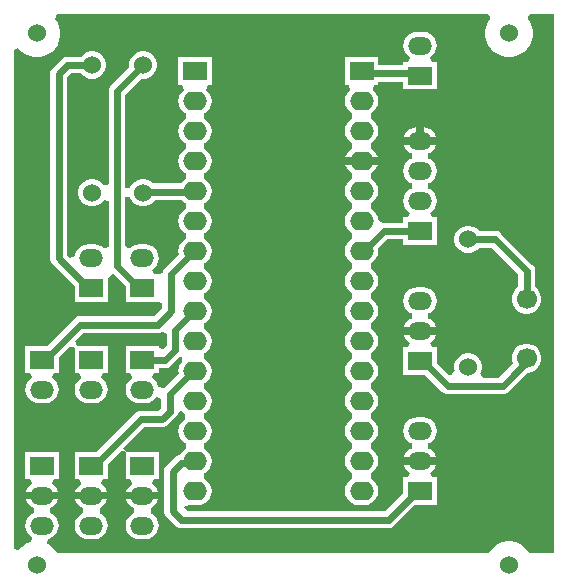
<source format=gbr>
G04*
G04 #@! TF.GenerationSoftware,Altium Limited,Altium Designer,25.8.1 (18)*
G04*
G04 Layer_Physical_Order=1*
G04 Layer_Color=255*
%FSLAX25Y25*%
%MOIN*%
G70*
G04*
G04 #@! TF.SameCoordinates,8EC05070-4222-424C-B7D2-10FEA1704A48*
G04*
G04*
G04 #@! TF.FilePolarity,Positive*
G04*
G01*
G75*
%ADD18C,0.02362*%
%ADD19O,0.07874X0.06299*%
%ADD20R,0.07874X0.06299*%
%ADD21O,0.07874X0.05906*%
%ADD22R,0.07874X0.05906*%
%ADD23C,0.06000*%
%ADD24C,0.06693*%
G36*
X503000Y295500D02*
X494878D01*
X494305Y296358D01*
X493208Y297455D01*
X491919Y298316D01*
X490486Y298910D01*
X488965Y299213D01*
X487414D01*
X485892Y298910D01*
X484459Y298316D01*
X483170Y297455D01*
X482073Y296358D01*
X481500Y295500D01*
X337398D01*
X336825Y296358D01*
X335728Y297455D01*
X334438Y298316D01*
X334156Y298433D01*
X334369Y300050D01*
X334666Y300089D01*
X335768Y300545D01*
X336713Y301271D01*
X337439Y302217D01*
X337895Y303318D01*
X338051Y304500D01*
X337895Y305682D01*
X337439Y306783D01*
X336713Y307729D01*
X335768Y308455D01*
X335302Y308648D01*
Y310352D01*
X335768Y310545D01*
X336713Y311271D01*
X337439Y312217D01*
X337895Y313318D01*
X337895Y313319D01*
X332500D01*
X327105D01*
X327105Y313318D01*
X327561Y312217D01*
X328287Y311271D01*
X329232Y310545D01*
X329698Y310352D01*
Y308648D01*
X329232Y308455D01*
X328287Y307729D01*
X327561Y306783D01*
X327105Y305682D01*
X326949Y304500D01*
X327105Y303318D01*
X327561Y302217D01*
X328287Y301271D01*
X329094Y300651D01*
X329117Y300077D01*
X328853Y298998D01*
X328412Y298910D01*
X326979Y298316D01*
X325689Y297455D01*
X324592Y296358D01*
X324575Y296332D01*
X323000Y296809D01*
Y463033D01*
X324575Y463511D01*
X324592Y463485D01*
X325689Y462388D01*
X326979Y461526D01*
X328412Y460932D01*
X329933Y460630D01*
X331484D01*
X333005Y460932D01*
X334438Y461526D01*
X335728Y462388D01*
X336825Y463485D01*
X337686Y464774D01*
X338280Y466207D01*
X338583Y467728D01*
Y469279D01*
X338280Y470801D01*
X337686Y472234D01*
X336901Y473409D01*
X337004Y473866D01*
X337591Y474984D01*
X481306D01*
X481893Y473866D01*
X481997Y473409D01*
X481211Y472234D01*
X480618Y470801D01*
X480315Y469279D01*
Y467728D01*
X480618Y466207D01*
X481211Y464774D01*
X482073Y463485D01*
X483170Y462388D01*
X484459Y461526D01*
X485892Y460932D01*
X487414Y460630D01*
X488965D01*
X490486Y460932D01*
X491919Y461526D01*
X493208Y462388D01*
X494305Y463485D01*
X495167Y464774D01*
X495760Y466207D01*
X496063Y467728D01*
Y469279D01*
X495760Y470801D01*
X495167Y472234D01*
X494381Y473409D01*
X494485Y473866D01*
X495072Y474984D01*
X503000D01*
Y295500D01*
D02*
G37*
%LPC*%
G36*
X459484Y469067D02*
X457516D01*
X456334Y468911D01*
X455232Y468455D01*
X454287Y467729D01*
X453561Y466783D01*
X453105Y465682D01*
X452949Y464500D01*
X453105Y463318D01*
X453561Y462217D01*
X454287Y461271D01*
X455158Y460602D01*
X455170Y460441D01*
X454560Y459027D01*
X452988D01*
Y458030D01*
X444512D01*
Y460724D01*
X433488D01*
Y451276D01*
X434740D01*
X435275Y449701D01*
X434843Y449369D01*
X434086Y448383D01*
X433610Y447233D01*
X433447Y446000D01*
X433610Y444767D01*
X434086Y443617D01*
X434843Y442630D01*
X435830Y441873D01*
X435881Y441852D01*
Y440148D01*
X435830Y440127D01*
X434843Y439369D01*
X434086Y438383D01*
X433610Y437233D01*
X433447Y436000D01*
X433610Y434767D01*
X434086Y433617D01*
X434843Y432630D01*
X435830Y431873D01*
X435881Y431852D01*
Y430148D01*
X435830Y430127D01*
X434843Y429369D01*
X434086Y428383D01*
X433610Y427233D01*
X433603Y427181D01*
X439000D01*
X444397D01*
X444390Y427233D01*
X443914Y428383D01*
X443157Y429369D01*
X442170Y430127D01*
X442119Y430148D01*
Y431852D01*
X442170Y431873D01*
X443157Y432630D01*
X443914Y433617D01*
X444390Y434767D01*
X444553Y436000D01*
X444390Y437233D01*
X443914Y438383D01*
X443157Y439369D01*
X442170Y440127D01*
X442119Y440148D01*
Y441852D01*
X442170Y441873D01*
X443157Y442630D01*
X443914Y443617D01*
X444390Y444767D01*
X444553Y446000D01*
X444390Y447233D01*
X443914Y448383D01*
X443157Y449369D01*
X442725Y449701D01*
X443260Y451276D01*
X444512D01*
Y452470D01*
X452988D01*
Y449972D01*
X464012D01*
Y459027D01*
X462440D01*
X461830Y460441D01*
X461842Y460602D01*
X462713Y461271D01*
X463439Y462217D01*
X463895Y463318D01*
X464051Y464500D01*
X463895Y465682D01*
X463439Y466783D01*
X462713Y467729D01*
X461768Y468455D01*
X460666Y468911D01*
X459484Y469067D01*
D02*
G37*
G36*
X366817Y462569D02*
X365613D01*
X364449Y462257D01*
X363406Y461654D01*
X362554Y460803D01*
X361952Y459760D01*
X361640Y458596D01*
Y457391D01*
X361649Y457359D01*
X355535Y451244D01*
X355093Y450669D01*
X354815Y449998D01*
X354720Y449279D01*
Y418237D01*
X353146Y417815D01*
X352875Y418283D01*
X352024Y419135D01*
X350981Y419737D01*
X349817Y420049D01*
X348612D01*
X347449Y419737D01*
X346406Y419135D01*
X345554Y418283D01*
X344952Y417240D01*
X344640Y416076D01*
Y414872D01*
X344952Y413708D01*
X345554Y412665D01*
X346406Y411813D01*
X347449Y411211D01*
X348612Y410899D01*
X349817D01*
X350981Y411211D01*
X352024Y411813D01*
X352875Y412665D01*
X353146Y413133D01*
X354720Y412711D01*
Y397405D01*
X353146Y396870D01*
X353142Y396874D01*
X352197Y397600D01*
X351095Y398056D01*
X349913Y398212D01*
X347945D01*
X346763Y398056D01*
X345661Y397600D01*
X344716Y396874D01*
X343990Y395929D01*
X343534Y394827D01*
X343462Y394286D01*
X341870Y393651D01*
X340780Y394741D01*
Y453849D01*
X342145Y455214D01*
X345537D01*
X345554Y455185D01*
X346406Y454333D01*
X347449Y453731D01*
X348612Y453419D01*
X349817D01*
X350981Y453731D01*
X352024Y454333D01*
X352875Y455185D01*
X353478Y456228D01*
X353790Y457391D01*
Y458596D01*
X353478Y459760D01*
X352875Y460803D01*
X352024Y461654D01*
X350981Y462257D01*
X349817Y462569D01*
X348612D01*
X347449Y462257D01*
X346406Y461654D01*
X345554Y460803D01*
X345537Y460773D01*
X340994D01*
X340274Y460679D01*
X339604Y460401D01*
X339028Y459959D01*
X336034Y456965D01*
X335593Y456390D01*
X335315Y455719D01*
X335220Y455000D01*
Y393590D01*
X335315Y392870D01*
X335593Y392200D01*
X336034Y391624D01*
X343417Y384242D01*
Y379118D01*
X354441D01*
Y386633D01*
X354441Y386851D01*
X355910Y388245D01*
X356431Y388227D01*
X360417Y384242D01*
Y379118D01*
X371146D01*
X371441Y379118D01*
X372390Y378589D01*
X372531Y376962D01*
X369849Y374280D01*
X345162D01*
X344442Y374185D01*
X343772Y373907D01*
X343196Y373465D01*
X334081Y364350D01*
X326988D01*
Y355295D01*
X328559D01*
X329170Y353881D01*
X329158Y353720D01*
X328287Y353052D01*
X327561Y352106D01*
X327105Y351005D01*
X326949Y349823D01*
X327105Y348641D01*
X327561Y347539D01*
X328287Y346593D01*
X329232Y345868D01*
X330334Y345411D01*
X331516Y345256D01*
X333484D01*
X334666Y345411D01*
X335768Y345868D01*
X336713Y346593D01*
X337439Y347539D01*
X337895Y348641D01*
X338051Y349823D01*
X337895Y351005D01*
X337439Y352106D01*
X336713Y353052D01*
X335842Y353720D01*
X335830Y353881D01*
X336440Y355295D01*
X338012D01*
Y360419D01*
X341842Y364250D01*
X343417Y363597D01*
X343417Y363087D01*
Y355295D01*
X344988D01*
X345599Y353881D01*
X345587Y353720D01*
X344716Y353052D01*
X343990Y352106D01*
X343534Y351005D01*
X343378Y349823D01*
X343534Y348641D01*
X343990Y347539D01*
X344716Y346593D01*
X345661Y345868D01*
X346763Y345411D01*
X347945Y345256D01*
X349913D01*
X351095Y345411D01*
X352197Y345868D01*
X353142Y346593D01*
X353868Y347539D01*
X354324Y348641D01*
X354480Y349823D01*
X354324Y351005D01*
X353868Y352106D01*
X353142Y353052D01*
X352271Y353720D01*
X352259Y353881D01*
X352869Y355295D01*
X354441D01*
Y364350D01*
X344722D01*
X344170Y364350D01*
X343518Y365925D01*
X346313Y368720D01*
X371000D01*
X371719Y368815D01*
X372390Y369093D01*
X372453Y369141D01*
X373927Y368507D01*
X374027Y368400D01*
Y364199D01*
X372842Y363225D01*
X371441Y363805D01*
Y364350D01*
X360417D01*
Y355295D01*
X361988D01*
X362599Y353881D01*
X362587Y353720D01*
X361716Y353052D01*
X360990Y352106D01*
X360534Y351005D01*
X360378Y349823D01*
X360534Y348641D01*
X360990Y347539D01*
X361716Y346593D01*
X362661Y345868D01*
X363763Y345411D01*
X364945Y345256D01*
X366913D01*
X368095Y345411D01*
X369197Y345868D01*
X370142Y346593D01*
X370645Y347249D01*
X371836Y347034D01*
X372220Y346834D01*
Y343651D01*
X371349Y342780D01*
X365413D01*
X364694Y342685D01*
X364023Y342407D01*
X363448Y341966D01*
X350510Y329028D01*
X343417D01*
Y319972D01*
X344988D01*
X345599Y318559D01*
X345587Y318398D01*
X344716Y317729D01*
X343990Y316783D01*
X343534Y315682D01*
X343533Y315681D01*
X348929D01*
X354324D01*
X354324Y315682D01*
X353868Y316783D01*
X353142Y317729D01*
X352271Y318398D01*
X352259Y318559D01*
X352869Y319972D01*
X354441D01*
Y325097D01*
X359175Y329831D01*
X360417Y328846D01*
X360417Y327528D01*
Y319972D01*
X361988D01*
X362599Y318559D01*
X362587Y318398D01*
X361716Y317729D01*
X360990Y316783D01*
X360534Y315682D01*
X360533Y315681D01*
X365929D01*
X371324D01*
X371324Y315682D01*
X370868Y316783D01*
X370142Y317729D01*
X369271Y318398D01*
X369259Y318559D01*
X369869Y319972D01*
X371441D01*
Y329028D01*
X361981D01*
X360599Y329028D01*
X359614Y330270D01*
X366565Y337220D01*
X372500D01*
X373219Y337315D01*
X373890Y337593D01*
X374465Y338035D01*
X376965Y340534D01*
X377407Y341110D01*
X377685Y341781D01*
X377733Y342143D01*
X378677Y342575D01*
X379120Y342612D01*
X380276Y341618D01*
X380227Y340048D01*
X379343Y339370D01*
X378586Y338383D01*
X378110Y337233D01*
X377947Y336000D01*
X378110Y334767D01*
X378586Y333617D01*
X379343Y332630D01*
X380330Y331873D01*
X380381Y331852D01*
Y330148D01*
X380330Y330127D01*
X379343Y329369D01*
X378586Y328383D01*
X378420Y327983D01*
X378027Y327932D01*
X377357Y327654D01*
X376781Y327212D01*
X374035Y324465D01*
X373593Y323890D01*
X373315Y323219D01*
X373220Y322500D01*
Y309384D01*
X373315Y308664D01*
X373593Y307994D01*
X374035Y307418D01*
X376918Y304535D01*
X377494Y304093D01*
X378164Y303815D01*
X378884Y303720D01*
X448016D01*
X448735Y303815D01*
X449406Y304093D01*
X449981Y304535D01*
X456919Y311472D01*
X464012D01*
Y320528D01*
X462440D01*
X461830Y321941D01*
X461842Y322102D01*
X462713Y322771D01*
X463439Y323717D01*
X463895Y324818D01*
X463895Y324819D01*
X458500D01*
X453105D01*
X453105Y324818D01*
X453561Y323717D01*
X454287Y322771D01*
X455158Y322102D01*
X455170Y321941D01*
X454560Y320528D01*
X452988D01*
Y315404D01*
X446864Y309280D01*
X381024D01*
X379908Y310556D01*
X381447Y311410D01*
X381479Y311397D01*
X382713Y311235D01*
X384287D01*
X385521Y311397D01*
X386670Y311873D01*
X387657Y312631D01*
X388414Y313617D01*
X388890Y314767D01*
X389053Y316000D01*
X388890Y317233D01*
X388414Y318383D01*
X387657Y319370D01*
X386670Y320127D01*
X386619Y320148D01*
Y321852D01*
X386670Y321873D01*
X387657Y322631D01*
X388414Y323617D01*
X388890Y324767D01*
X389053Y326000D01*
X388890Y327233D01*
X388414Y328383D01*
X387657Y329369D01*
X386670Y330127D01*
X386619Y330148D01*
Y331852D01*
X386670Y331873D01*
X387657Y332630D01*
X388414Y333617D01*
X388890Y334767D01*
X389053Y336000D01*
X388890Y337233D01*
X388414Y338383D01*
X387657Y339370D01*
X386670Y340127D01*
X386619Y340148D01*
Y341852D01*
X386670Y341873D01*
X387657Y342631D01*
X388414Y343617D01*
X388890Y344767D01*
X389053Y346000D01*
X388890Y347233D01*
X388414Y348383D01*
X387657Y349370D01*
X386670Y350127D01*
X386619Y350148D01*
Y351852D01*
X386670Y351873D01*
X387657Y352630D01*
X388414Y353617D01*
X388890Y354767D01*
X389053Y356000D01*
X388890Y357233D01*
X388414Y358383D01*
X387657Y359369D01*
X386670Y360127D01*
X386619Y360148D01*
Y361852D01*
X386670Y361873D01*
X387657Y362631D01*
X388414Y363617D01*
X388890Y364767D01*
X389053Y366000D01*
X388890Y367233D01*
X388414Y368383D01*
X387657Y369370D01*
X386670Y370127D01*
X386619Y370148D01*
Y371852D01*
X386670Y371873D01*
X387657Y372631D01*
X388414Y373617D01*
X388890Y374767D01*
X389053Y376000D01*
X388890Y377233D01*
X388414Y378383D01*
X387657Y379369D01*
X386670Y380127D01*
X386619Y380148D01*
Y381852D01*
X386670Y381873D01*
X387657Y382630D01*
X388414Y383617D01*
X388890Y384767D01*
X389053Y386000D01*
X388890Y387233D01*
X388414Y388383D01*
X387657Y389370D01*
X386670Y390127D01*
X386619Y390148D01*
Y391852D01*
X386670Y391873D01*
X387657Y392631D01*
X388414Y393617D01*
X388890Y394767D01*
X389053Y396000D01*
X388890Y397233D01*
X388414Y398383D01*
X387657Y399370D01*
X386670Y400127D01*
X386619Y400148D01*
Y401852D01*
X386670Y401873D01*
X387657Y402631D01*
X388414Y403617D01*
X388890Y404767D01*
X389053Y406000D01*
X388890Y407233D01*
X388414Y408383D01*
X387657Y409370D01*
X386670Y410127D01*
X386619Y410148D01*
Y411852D01*
X386670Y411873D01*
X387657Y412631D01*
X388414Y413617D01*
X388890Y414767D01*
X389053Y416000D01*
X388890Y417233D01*
X388414Y418383D01*
X387657Y419370D01*
X386670Y420127D01*
X386619Y420148D01*
Y421852D01*
X386670Y421873D01*
X387657Y422631D01*
X388414Y423617D01*
X388890Y424767D01*
X389053Y426000D01*
X388890Y427233D01*
X388414Y428383D01*
X387657Y429369D01*
X386670Y430127D01*
X386619Y430148D01*
Y431852D01*
X386670Y431873D01*
X387657Y432630D01*
X388414Y433617D01*
X388890Y434767D01*
X389053Y436000D01*
X388890Y437233D01*
X388414Y438383D01*
X387657Y439369D01*
X386670Y440127D01*
X386619Y440148D01*
Y441852D01*
X386670Y441873D01*
X387657Y442630D01*
X388414Y443617D01*
X388890Y444767D01*
X389053Y446000D01*
X388890Y447233D01*
X388414Y448383D01*
X387657Y449369D01*
X387225Y449701D01*
X387760Y451276D01*
X389012D01*
Y460724D01*
X377988D01*
Y451276D01*
X379240D01*
X379775Y449701D01*
X379343Y449369D01*
X378586Y448383D01*
X378110Y447233D01*
X377947Y446000D01*
X378110Y444767D01*
X378586Y443617D01*
X379343Y442630D01*
X380330Y441873D01*
X380381Y441852D01*
Y440148D01*
X380330Y440127D01*
X379343Y439369D01*
X378586Y438383D01*
X378110Y437233D01*
X377947Y436000D01*
X378110Y434767D01*
X378586Y433617D01*
X379343Y432630D01*
X380330Y431873D01*
X380381Y431852D01*
Y430148D01*
X380330Y430127D01*
X379343Y429369D01*
X378586Y428383D01*
X378110Y427233D01*
X377947Y426000D01*
X378110Y424767D01*
X378586Y423617D01*
X379343Y422631D01*
X380330Y421873D01*
X380381Y421852D01*
Y420148D01*
X380330Y420127D01*
X379343Y419370D01*
X378689Y418517D01*
X369642D01*
X369024Y419135D01*
X367981Y419737D01*
X366817Y420049D01*
X365613D01*
X364449Y419737D01*
X363406Y419135D01*
X362554Y418283D01*
X361952Y417240D01*
X361855Y416877D01*
X360280Y417084D01*
Y448128D01*
X365580Y453428D01*
X365613Y453419D01*
X366817D01*
X367981Y453731D01*
X369024Y454333D01*
X369876Y455185D01*
X370478Y456228D01*
X370790Y457391D01*
Y458596D01*
X370478Y459760D01*
X369876Y460803D01*
X369024Y461654D01*
X367981Y462257D01*
X366817Y462569D01*
D02*
G37*
G36*
X459681Y437207D02*
Y433848D01*
X463895D01*
X463895Y433849D01*
X463439Y434950D01*
X462713Y435896D01*
X461768Y436622D01*
X460666Y437078D01*
X459681Y437207D01*
D02*
G37*
G36*
X457319Y437207D02*
X456334Y437078D01*
X455232Y436622D01*
X454287Y435896D01*
X453561Y434950D01*
X453105Y433849D01*
X453105Y433848D01*
X457319D01*
Y437207D01*
D02*
G37*
G36*
X463895Y431486D02*
X458500D01*
X453105D01*
X453105Y431485D01*
X453561Y430383D01*
X454287Y429438D01*
X455232Y428712D01*
X455698Y428519D01*
Y426814D01*
X455232Y426621D01*
X454287Y425896D01*
X453561Y424950D01*
X453105Y423849D01*
X452949Y422667D01*
X453105Y421485D01*
X453561Y420383D01*
X454287Y419438D01*
X455232Y418712D01*
X455698Y418519D01*
Y416814D01*
X455232Y416621D01*
X454287Y415896D01*
X453561Y414950D01*
X453105Y413849D01*
X452949Y412667D01*
X453105Y411485D01*
X453561Y410383D01*
X454287Y409438D01*
X455158Y408769D01*
X455170Y408608D01*
X454560Y407194D01*
X452988D01*
Y405446D01*
X446454D01*
X446061Y405395D01*
X445575Y405590D01*
X445235Y405824D01*
X444482Y406537D01*
X444390Y407233D01*
X443914Y408383D01*
X443157Y409370D01*
X442170Y410127D01*
X442119Y410148D01*
Y411852D01*
X442170Y411873D01*
X443157Y412631D01*
X443914Y413617D01*
X444390Y414767D01*
X444553Y416000D01*
X444390Y417233D01*
X443914Y418383D01*
X443157Y419370D01*
X442170Y420127D01*
X442119Y420148D01*
Y421852D01*
X442170Y421873D01*
X443157Y422631D01*
X443914Y423617D01*
X444390Y424767D01*
X444397Y424819D01*
X439000D01*
X433603D01*
X433610Y424767D01*
X434086Y423617D01*
X434843Y422631D01*
X435830Y421873D01*
X435881Y421852D01*
Y420148D01*
X435830Y420127D01*
X434843Y419370D01*
X434086Y418383D01*
X433610Y417233D01*
X433447Y416000D01*
X433610Y414767D01*
X434086Y413617D01*
X434843Y412631D01*
X435830Y411873D01*
X435881Y411852D01*
Y410148D01*
X435830Y410127D01*
X434843Y409370D01*
X434086Y408383D01*
X433610Y407233D01*
X433447Y406000D01*
X433610Y404767D01*
X434086Y403617D01*
X434843Y402631D01*
X435830Y401873D01*
X435881Y401852D01*
Y400148D01*
X435830Y400127D01*
X434843Y399370D01*
X434086Y398383D01*
X433610Y397233D01*
X433447Y396000D01*
X433610Y394767D01*
X434086Y393617D01*
X434843Y392631D01*
X435830Y391873D01*
X435881Y391852D01*
Y390148D01*
X435830Y390127D01*
X434843Y389370D01*
X434086Y388383D01*
X433610Y387233D01*
X433447Y386000D01*
X433610Y384767D01*
X434086Y383617D01*
X434843Y382630D01*
X435830Y381873D01*
X435881Y381852D01*
Y380148D01*
X435830Y380127D01*
X434843Y379369D01*
X434086Y378383D01*
X433610Y377233D01*
X433447Y376000D01*
X433610Y374767D01*
X434086Y373617D01*
X434843Y372631D01*
X435830Y371873D01*
X435881Y371852D01*
Y370148D01*
X435830Y370127D01*
X434843Y369370D01*
X434086Y368383D01*
X433610Y367233D01*
X433447Y366000D01*
X433610Y364767D01*
X434086Y363617D01*
X434843Y362631D01*
X435830Y361873D01*
X435881Y361852D01*
Y360148D01*
X435830Y360127D01*
X434843Y359369D01*
X434086Y358383D01*
X433610Y357233D01*
X433447Y356000D01*
X433610Y354767D01*
X434086Y353617D01*
X434843Y352630D01*
X435830Y351873D01*
X435881Y351852D01*
Y350148D01*
X435830Y350127D01*
X434843Y349370D01*
X434086Y348383D01*
X433610Y347233D01*
X433447Y346000D01*
X433610Y344767D01*
X434086Y343617D01*
X434843Y342631D01*
X435830Y341873D01*
X435881Y341852D01*
Y340148D01*
X435830Y340127D01*
X434843Y339370D01*
X434086Y338383D01*
X433610Y337233D01*
X433447Y336000D01*
X433610Y334767D01*
X434086Y333617D01*
X434843Y332630D01*
X435830Y331873D01*
X435881Y331852D01*
Y330148D01*
X435830Y330127D01*
X434843Y329369D01*
X434086Y328383D01*
X433610Y327233D01*
X433447Y326000D01*
X433610Y324767D01*
X434086Y323617D01*
X434843Y322631D01*
X435830Y321873D01*
X435881Y321852D01*
Y320148D01*
X435830Y320127D01*
X434843Y319370D01*
X434086Y318383D01*
X433610Y317233D01*
X433447Y316000D01*
X433610Y314767D01*
X434086Y313617D01*
X434843Y312631D01*
X435830Y311873D01*
X436979Y311397D01*
X438213Y311235D01*
X439787D01*
X441021Y311397D01*
X442170Y311873D01*
X443157Y312631D01*
X443914Y313617D01*
X444390Y314767D01*
X444553Y316000D01*
X444390Y317233D01*
X443914Y318383D01*
X443157Y319370D01*
X442170Y320127D01*
X442119Y320148D01*
Y321852D01*
X442170Y321873D01*
X443157Y322631D01*
X443914Y323617D01*
X444390Y324767D01*
X444553Y326000D01*
X444390Y327233D01*
X443914Y328383D01*
X443157Y329369D01*
X442170Y330127D01*
X442119Y330148D01*
Y331852D01*
X442170Y331873D01*
X443157Y332630D01*
X443914Y333617D01*
X444390Y334767D01*
X444553Y336000D01*
X444390Y337233D01*
X443914Y338383D01*
X443157Y339370D01*
X442170Y340127D01*
X442119Y340148D01*
Y341852D01*
X442170Y341873D01*
X443157Y342631D01*
X443914Y343617D01*
X444390Y344767D01*
X444553Y346000D01*
X444390Y347233D01*
X443914Y348383D01*
X443157Y349370D01*
X442170Y350127D01*
X442119Y350148D01*
Y351852D01*
X442170Y351873D01*
X443157Y352630D01*
X443914Y353617D01*
X444390Y354767D01*
X444553Y356000D01*
X444390Y357233D01*
X443914Y358383D01*
X443157Y359369D01*
X442170Y360127D01*
X442119Y360148D01*
Y361852D01*
X442170Y361873D01*
X443157Y362631D01*
X443914Y363617D01*
X444390Y364767D01*
X444553Y366000D01*
X444390Y367233D01*
X443914Y368383D01*
X443157Y369370D01*
X442170Y370127D01*
X442119Y370148D01*
Y371852D01*
X442170Y371873D01*
X443157Y372631D01*
X443914Y373617D01*
X444390Y374767D01*
X444553Y376000D01*
X444390Y377233D01*
X443914Y378383D01*
X443157Y379369D01*
X442170Y380127D01*
X442119Y380148D01*
Y381852D01*
X442170Y381873D01*
X443157Y382630D01*
X443914Y383617D01*
X444390Y384767D01*
X444553Y386000D01*
X444390Y387233D01*
X443914Y388383D01*
X443157Y389370D01*
X442170Y390127D01*
X442119Y390148D01*
Y391852D01*
X442170Y391873D01*
X443157Y392631D01*
X443914Y393617D01*
X444390Y394767D01*
X444553Y396000D01*
X444455Y396737D01*
X447605Y399887D01*
X452988D01*
Y398139D01*
X464012D01*
Y407194D01*
X462440D01*
X461830Y408608D01*
X461842Y408769D01*
X462713Y409438D01*
X463439Y410383D01*
X463895Y411485D01*
X464051Y412667D01*
X463895Y413849D01*
X463439Y414950D01*
X462713Y415896D01*
X461768Y416621D01*
X461302Y416814D01*
Y418519D01*
X461768Y418712D01*
X462713Y419438D01*
X463439Y420383D01*
X463895Y421485D01*
X464051Y422667D01*
X463895Y423849D01*
X463439Y424950D01*
X462713Y425896D01*
X461768Y426621D01*
X461302Y426814D01*
Y428519D01*
X461768Y428712D01*
X462713Y429438D01*
X463439Y430383D01*
X463895Y431485D01*
X463895Y431486D01*
D02*
G37*
G36*
X475130Y404434D02*
X473925D01*
X472762Y404122D01*
X471719Y403520D01*
X470867Y402668D01*
X470265Y401625D01*
X469953Y400462D01*
Y399257D01*
X470265Y398094D01*
X470867Y397050D01*
X471719Y396199D01*
X472762Y395596D01*
X473925Y395285D01*
X475130D01*
X476294Y395596D01*
X477337Y396199D01*
X478189Y397050D01*
X478205Y397080D01*
X482489D01*
X491220Y388349D01*
Y384002D01*
X490978Y383862D01*
X490062Y382946D01*
X489414Y381823D01*
X489079Y380572D01*
Y379276D01*
X489414Y378024D01*
X490062Y376902D01*
X490978Y375986D01*
X492100Y375338D01*
X493352Y375003D01*
X494648D01*
X495899Y375338D01*
X497022Y375986D01*
X497938Y376902D01*
X498586Y378024D01*
X498921Y379276D01*
Y380572D01*
X498586Y381823D01*
X497938Y382946D01*
X497022Y383862D01*
X496780Y384002D01*
Y389500D01*
X496685Y390219D01*
X496407Y390890D01*
X495965Y391465D01*
X485606Y401825D01*
X485031Y402267D01*
X484360Y402544D01*
X483641Y402639D01*
X478205D01*
X478189Y402668D01*
X477337Y403520D01*
X476294Y404122D01*
X475130Y404434D01*
D02*
G37*
G36*
X459484Y383900D02*
X457516D01*
X456334Y383744D01*
X455232Y383288D01*
X454287Y382562D01*
X453561Y381617D01*
X453105Y380515D01*
X452949Y379333D01*
X453105Y378151D01*
X453561Y377050D01*
X454287Y376104D01*
X455232Y375378D01*
X455698Y375186D01*
Y373481D01*
X455232Y373288D01*
X454287Y372562D01*
X453561Y371617D01*
X453105Y370515D01*
X453105Y370514D01*
X458500D01*
X463895D01*
X463895Y370515D01*
X463439Y371617D01*
X462713Y372562D01*
X461768Y373288D01*
X461302Y373481D01*
Y375186D01*
X461768Y375378D01*
X462713Y376104D01*
X463439Y377050D01*
X463895Y378151D01*
X464051Y379333D01*
X463895Y380515D01*
X463439Y381617D01*
X462713Y382562D01*
X461768Y383288D01*
X460666Y383744D01*
X459484Y383900D01*
D02*
G37*
G36*
X463895Y368152D02*
X458500D01*
X453105D01*
X453105Y368151D01*
X453561Y367050D01*
X454287Y366104D01*
X455158Y365436D01*
X455170Y365275D01*
X454560Y363861D01*
X452988D01*
Y354806D01*
X460081D01*
X465852Y349035D01*
X466428Y348593D01*
X467098Y348315D01*
X467818Y348220D01*
X486000D01*
X486719Y348315D01*
X487390Y348593D01*
X487965Y349035D01*
X491796Y352865D01*
X492017Y353153D01*
X494182Y355318D01*
X494648D01*
X495899Y355653D01*
X497022Y356301D01*
X497938Y357217D01*
X498586Y358339D01*
X498921Y359591D01*
Y360887D01*
X498586Y362138D01*
X497938Y363261D01*
X497022Y364177D01*
X495899Y364825D01*
X494648Y365160D01*
X493352D01*
X492100Y364825D01*
X490978Y364177D01*
X490062Y363261D01*
X489414Y362138D01*
X489079Y360887D01*
Y359591D01*
X489399Y358397D01*
X487865Y356863D01*
X487644Y356575D01*
X484849Y353780D01*
X479573D01*
X478664Y355354D01*
X478791Y355574D01*
X479103Y356737D01*
Y357942D01*
X478791Y359105D01*
X478189Y360149D01*
X477337Y361000D01*
X476294Y361603D01*
X475130Y361914D01*
X473925D01*
X472762Y361603D01*
X471719Y361000D01*
X470867Y360149D01*
X470265Y359105D01*
X469953Y357942D01*
Y356737D01*
X470050Y356373D01*
X469152Y354842D01*
X468947Y354707D01*
X468142Y354607D01*
X464012Y358737D01*
Y363861D01*
X462440D01*
X461830Y365275D01*
X461842Y365436D01*
X462713Y366104D01*
X463439Y367050D01*
X463895Y368151D01*
X463895Y368152D01*
D02*
G37*
G36*
X459484Y340567D02*
X457516D01*
X456334Y340411D01*
X455232Y339955D01*
X454287Y339229D01*
X453561Y338283D01*
X453105Y337182D01*
X452949Y336000D01*
X453105Y334818D01*
X453561Y333717D01*
X454287Y332771D01*
X455232Y332045D01*
X455698Y331852D01*
Y330148D01*
X455232Y329955D01*
X454287Y329229D01*
X453561Y328283D01*
X453105Y327182D01*
X453105Y327181D01*
X458500D01*
X463895D01*
X463895Y327182D01*
X463439Y328283D01*
X462713Y329229D01*
X461768Y329955D01*
X461302Y330148D01*
Y331852D01*
X461768Y332045D01*
X462713Y332771D01*
X463439Y333717D01*
X463895Y334818D01*
X464051Y336000D01*
X463895Y337182D01*
X463439Y338283D01*
X462713Y339229D01*
X461768Y339955D01*
X460666Y340411D01*
X459484Y340567D01*
D02*
G37*
G36*
X338012Y329028D02*
X326988D01*
Y319972D01*
X328559D01*
X329170Y318559D01*
X329158Y318398D01*
X328287Y317729D01*
X327561Y316783D01*
X327105Y315682D01*
X327105Y315681D01*
X332500D01*
X337895D01*
X337895Y315682D01*
X337439Y316783D01*
X336713Y317729D01*
X335842Y318398D01*
X335830Y318559D01*
X336440Y319972D01*
X338012D01*
Y329028D01*
D02*
G37*
G36*
X371324Y313319D02*
X365929D01*
X360533D01*
X360534Y313318D01*
X360990Y312217D01*
X361716Y311271D01*
X362661Y310545D01*
X363127Y310352D01*
Y308648D01*
X362661Y308455D01*
X361716Y307729D01*
X360990Y306783D01*
X360534Y305682D01*
X360378Y304500D01*
X360534Y303318D01*
X360990Y302217D01*
X361716Y301271D01*
X362661Y300545D01*
X363763Y300089D01*
X364945Y299933D01*
X366913D01*
X368095Y300089D01*
X369197Y300545D01*
X370142Y301271D01*
X370868Y302217D01*
X371324Y303318D01*
X371480Y304500D01*
X371324Y305682D01*
X370868Y306783D01*
X370142Y307729D01*
X369197Y308455D01*
X368731Y308648D01*
Y310352D01*
X369197Y310545D01*
X370142Y311271D01*
X370868Y312217D01*
X371324Y313318D01*
X371324Y313319D01*
D02*
G37*
G36*
X354324D02*
X348929D01*
X343533D01*
X343534Y313318D01*
X343990Y312217D01*
X344716Y311271D01*
X345661Y310545D01*
X346127Y310352D01*
Y308648D01*
X345661Y308455D01*
X344716Y307729D01*
X343990Y306783D01*
X343534Y305682D01*
X343378Y304500D01*
X343534Y303318D01*
X343990Y302217D01*
X344716Y301271D01*
X345661Y300545D01*
X346763Y300089D01*
X347945Y299933D01*
X349913D01*
X351095Y300089D01*
X352197Y300545D01*
X353142Y301271D01*
X353868Y302217D01*
X354324Y303318D01*
X354480Y304500D01*
X354324Y305682D01*
X353868Y306783D01*
X353142Y307729D01*
X352197Y308455D01*
X351731Y308648D01*
Y310352D01*
X352197Y310545D01*
X353142Y311271D01*
X353868Y312217D01*
X354324Y313318D01*
X354324Y313319D01*
D02*
G37*
%LPD*%
G36*
X361952Y413708D02*
X362554Y412665D01*
X363406Y411813D01*
X364449Y411211D01*
X365613Y410899D01*
X366817D01*
X367981Y411211D01*
X369024Y411813D01*
X369876Y412665D01*
X370044Y412957D01*
X379092D01*
X379343Y412631D01*
X380330Y411873D01*
X380381Y411852D01*
Y410148D01*
X380330Y410127D01*
X379343Y409370D01*
X378586Y408383D01*
X378110Y407233D01*
X377947Y406000D01*
X378110Y404767D01*
X378586Y403617D01*
X379343Y402631D01*
X380330Y401873D01*
X380381Y401852D01*
Y400148D01*
X380330Y400127D01*
X379343Y399370D01*
X378586Y398383D01*
X378110Y397233D01*
X377947Y396000D01*
X378078Y395009D01*
X373534Y390465D01*
X373093Y389890D01*
X372815Y389219D01*
X372759Y388792D01*
X371575Y388236D01*
X371302Y388173D01*
X371146Y388173D01*
X369869D01*
X369259Y389586D01*
X369271Y389748D01*
X370142Y390416D01*
X370868Y391362D01*
X371324Y392463D01*
X371480Y393645D01*
X371324Y394827D01*
X370868Y395929D01*
X370142Y396874D01*
X369197Y397600D01*
X368095Y398056D01*
X366913Y398212D01*
X364945D01*
X363763Y398056D01*
X362661Y397600D01*
X361855Y396981D01*
X361264Y397099D01*
X360280Y397590D01*
Y413864D01*
X361855Y414071D01*
X361952Y413708D01*
D02*
G37*
G36*
X379018Y360598D02*
X379101Y360282D01*
X379112Y359068D01*
X378586Y358383D01*
X378110Y357233D01*
X377947Y356000D01*
X378045Y355263D01*
X373035Y350253D01*
X373015Y350227D01*
X371368Y350669D01*
X371324Y351005D01*
X370868Y352106D01*
X370142Y353052D01*
X369271Y353720D01*
X369259Y353881D01*
X369869Y355295D01*
X371441D01*
Y357043D01*
X373616D01*
X374336Y357138D01*
X375006Y357415D01*
X375582Y357857D01*
X378478Y360753D01*
X379018Y360598D01*
D02*
G37*
D18*
X439000Y456000D02*
X439750Y455250D01*
X457750D01*
X458500Y454500D01*
X364945Y383645D02*
X365929D01*
X357500Y391090D02*
X364945Y383645D01*
X357500Y391090D02*
Y449279D01*
X366215Y457994D01*
X382713Y356000D02*
X383500D01*
X375000Y348287D02*
X382713Y356000D01*
X375000Y342500D02*
Y348287D01*
X372500Y340000D02*
X375000Y342500D01*
X365413Y340000D02*
X372500D01*
X349913Y324500D02*
X365413Y340000D01*
X348929Y324500D02*
X349913D01*
X332500D02*
X333484D01*
X382713Y346000D02*
X383500D01*
X365929Y324500D02*
X366913D01*
X383000Y396000D02*
X383500D01*
X375500Y388500D02*
X383000Y396000D01*
X375500Y376000D02*
Y388500D01*
X371000Y371500D02*
X375500Y376000D01*
X345162Y371500D02*
X371000D01*
X333484Y359823D02*
X345162Y371500D01*
X332500Y359823D02*
X333484D01*
X467818Y351000D02*
X486000D01*
X459484Y359333D02*
X467818Y351000D01*
X458500Y359333D02*
X459484D01*
X486000Y351000D02*
X489831Y354831D01*
Y354898D01*
X494000Y359067D02*
Y360239D01*
X489831Y354898D02*
X494000Y359067D01*
X376807Y363013D02*
Y369739D01*
X383068Y376000D01*
X383500D01*
X348929Y359823D02*
X349913D01*
X382713Y396000D02*
X383500D01*
X382713Y386000D02*
X383500D01*
X373616Y359823D02*
X376807Y363013D01*
X365929Y359823D02*
X373616D01*
X347945Y383645D02*
X348929D01*
X338000Y393590D02*
X347945Y383645D01*
X338000Y393590D02*
Y455000D01*
X340994Y457994D01*
X349215D01*
X366215Y415474D02*
X366478Y415737D01*
X383237D01*
X383500Y416000D01*
X474528Y399859D02*
X483641D01*
X494000Y389500D01*
Y379924D02*
Y389500D01*
X382747Y325247D02*
X383500Y326000D01*
X378747Y325247D02*
X382747D01*
X376000Y322500D02*
X378747Y325247D01*
X376000Y309384D02*
Y322500D01*
Y309384D02*
X378884Y306500D01*
X448016D01*
X457516Y316000D01*
X458500D01*
X439000Y386000D02*
X439787D01*
X458500Y412667D02*
X459484D01*
X439000Y386000D02*
X440500D01*
X458500Y412667D02*
X459833D01*
X439000Y396000D02*
X439787D01*
X446454Y402667D01*
X458500D01*
X439000Y456000D02*
X439787D01*
D19*
X439000Y316000D02*
D03*
Y326000D02*
D03*
Y336000D02*
D03*
Y346000D02*
D03*
Y356000D02*
D03*
Y366000D02*
D03*
Y376000D02*
D03*
Y386000D02*
D03*
Y396000D02*
D03*
Y406000D02*
D03*
Y416000D02*
D03*
Y426000D02*
D03*
Y436000D02*
D03*
Y446000D02*
D03*
X383500Y316000D02*
D03*
Y326000D02*
D03*
Y336000D02*
D03*
Y346000D02*
D03*
Y356000D02*
D03*
Y366000D02*
D03*
Y376000D02*
D03*
Y386000D02*
D03*
Y396000D02*
D03*
Y406000D02*
D03*
Y416000D02*
D03*
Y426000D02*
D03*
Y436000D02*
D03*
Y446000D02*
D03*
D20*
X439000Y456000D02*
D03*
X383500D02*
D03*
D21*
X458500Y464500D02*
D03*
X332500Y304500D02*
D03*
Y314500D02*
D03*
X458500Y336000D02*
D03*
Y326000D02*
D03*
Y379333D02*
D03*
Y369333D02*
D03*
X348929Y304500D02*
D03*
Y314500D02*
D03*
X365929Y349823D02*
D03*
X348929D02*
D03*
X332500D02*
D03*
X365929Y393645D02*
D03*
X348929D02*
D03*
X458500Y412667D02*
D03*
Y422667D02*
D03*
Y432667D02*
D03*
X365929Y304500D02*
D03*
Y314500D02*
D03*
D22*
X458500Y454500D02*
D03*
X332500Y324500D02*
D03*
X458500Y316000D02*
D03*
Y359333D02*
D03*
X348929Y324500D02*
D03*
X365929Y359823D02*
D03*
X348929D02*
D03*
X332500D02*
D03*
X365929Y383645D02*
D03*
X348929D02*
D03*
X458500Y402667D02*
D03*
X365929Y324500D02*
D03*
D23*
X488189Y291339D02*
D03*
Y468504D02*
D03*
X330709Y291339D02*
D03*
Y468504D02*
D03*
X474528Y399859D02*
D03*
Y357340D02*
D03*
X366215Y457994D02*
D03*
Y415474D02*
D03*
X349215Y457994D02*
D03*
Y415474D02*
D03*
D24*
X494000Y360239D02*
D03*
Y379924D02*
D03*
M02*

</source>
